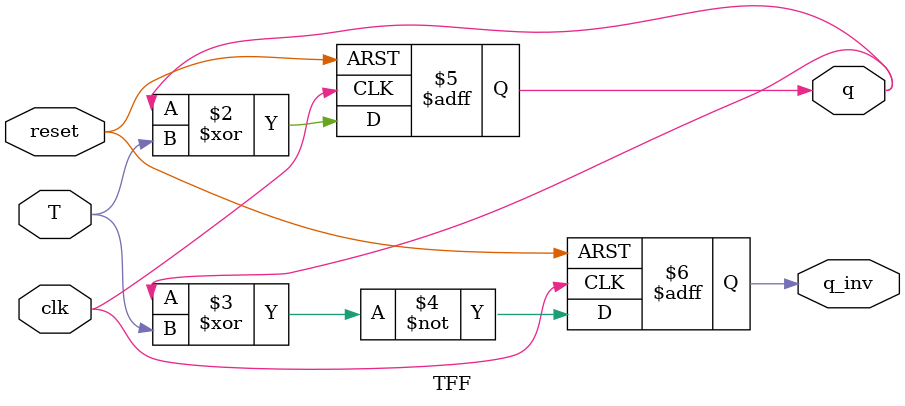
<source format=v>
module TFF(
    input wire clk,
    input wire reset,
    input wire T,
    output reg q,
    output reg q_inv
    );

    always @(posedge clk or posedge reset) begin
        if(reset) begin
            q <= 0;
            q_inv <= 1;
        end else begin
            q <= q ^ T;
            q_inv <= ~(q ^ T);
        end
    end
    
endmodule
</source>
